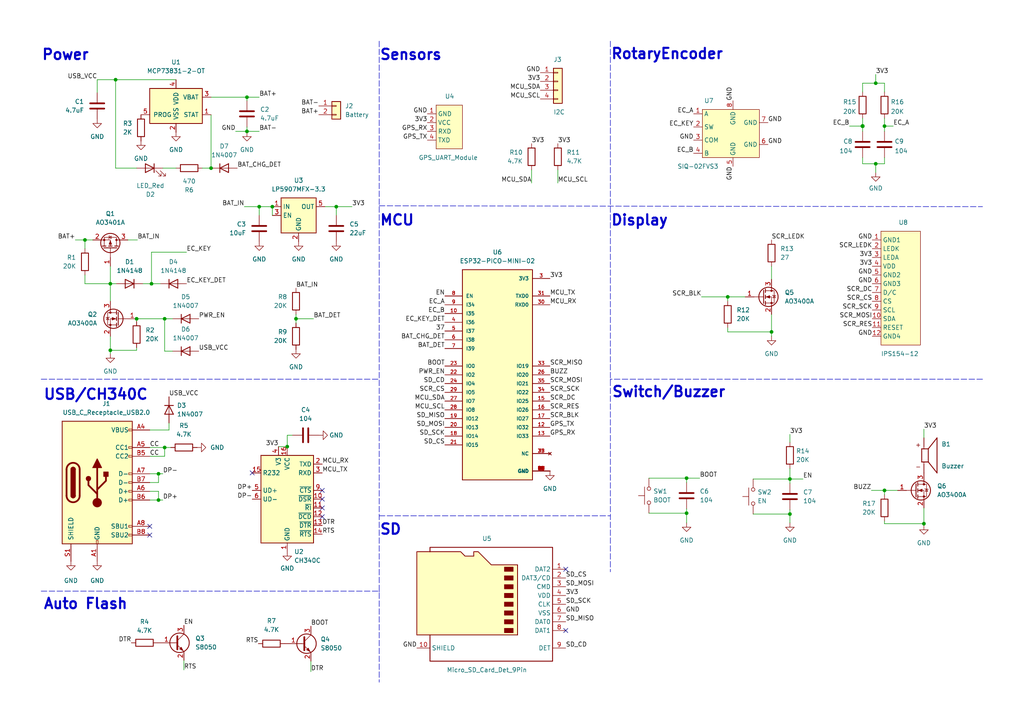
<source format=kicad_sch>
(kicad_sch (version 20211123) (generator eeschema)
  (paper "A4")
  (title_block (title "ESP32 X-Track") (date "2022-07-18") (rev "V0.1") (company "jppang"))
  (junction (at 33.528 23.114))
  (junction (at 43.942 82.296))
  (junction (at 256.54 142.24) (diameter 0.9144))
  (junction (at 97.536 59.944) (diameter 0.9144))
  (junction (at 47.752 92.456))
  (junction (at 256.54 36.576) (diameter 0.9144))
  (junction (at 45.974 137.414) (diameter 0.9144))
  (junction (at 24.638 69.596))
  (junction (at 199.136 148.844) (diameter 0.9144))
  (junction (at 75.184 59.944) (diameter 0.9144))
  (junction (at 229.108 138.938) (diameter 0.9144))
  (junction (at 83.312 129.54))
  (junction (at 61.214 48.768))
  (junction (at 223.774 96.266))
  (junction (at 85.852 92.456) (diameter 0.9144))
  (junction (at 254 47.498) (diameter 0.9144))
  (junction (at 71.628 38.1))
  (junction (at 267.97 151.892))
  (junction (at 47.752 129.794))
  (junction (at 39.624 92.456))
  (junction (at 71.628 28.194) (diameter 0.9144))
  (junction (at 199.136 138.684) (diameter 0.9144))
  (junction (at 211.074 86.106))
  (junction (at 229.108 149.098) (diameter 0.9144))
  (junction (at 45.974 145.034) (diameter 0.9144))
  (junction (at 254 24.13) (diameter 0.9144))
  (junction (at 32.004 82.296) (diameter 0.9144))
  (junction (at 32.004 101.6))
  (junction (at 78.994 59.944))
  (junction (at 250.19 36.576) (diameter 1.016))
  (no_connect (at 43.434 152.654))
  (no_connect (at 311.912 116.078))
  (no_connect (at 73.152 137.16))
  (no_connect (at 93.472 142.24))
  (no_connect (at 93.472 144.78))
  (no_connect (at 93.472 147.32))
  (no_connect (at 93.472 149.86))
  (no_connect (at 311.912 128.778))
  (no_connect (at 43.434 155.194))
  (no_connect (at 311.912 121.158))
  (no_connect (at 164.084 165.1))
  (no_connect (at 311.912 126.238))
  (no_connect (at 164.084 182.88))
  (no_connect (at 311.912 118.618))
  (no_connect (at 311.912 123.698))
  (wire (pts (xy 71.628 28.194) (xy 75.184 28.194)))
  (wire (pts (xy 37.084 69.596) (xy 39.878 69.596)))
  (wire (pts (xy 71.628 38.1) (xy 75.184 38.1)))
  (wire (pts (xy 229.108 149.098) (xy 229.108 151.638)))
  (polyline (pts (xy 109.982 11.938) (xy 109.982 197.866)))
  (wire (pts (xy 43.942 73.152) (xy 43.942 82.296)))
  (wire (pts (xy 97.536 59.944) (xy 102.108 59.944)))
  (wire (pts (xy 41.402 82.296) (xy 43.942 82.296)))
  (wire (pts (xy 203.454 86.106) (xy 211.074 86.106)))
  (wire (pts (xy 250.19 36.576) (xy 250.19 38.1)))
  (wire (pts (xy 45.974 137.414) (xy 47.244 137.414)))
  (wire (pts (xy 47.752 132.334) (xy 43.434 132.334)))
  (wire (pts (xy 70.866 59.944) (xy 75.184 59.944)))
  (wire (pts (xy 85.852 92.456) (xy 90.932 92.456)))
  (wire (pts (xy 47.752 92.456) (xy 50.038 92.456)))
  (wire (pts (xy 252.73 142.24) (xy 256.54 142.24)))
  (wire (pts (xy 229.108 135.89) (xy 229.108 138.938)))
  (wire (pts (xy 85.852 91.186) (xy 85.852 92.456)))
  (wire (pts (xy 154.178 49.276) (xy 154.178 53.086)))
  (wire (pts (xy 58.674 48.768) (xy 61.214 48.768)))
  (wire (pts (xy 256.54 142.24) (xy 260.35 142.24)))
  (wire (pts (xy 39.624 100.838) (xy 39.624 101.6)))
  (polyline (pts (xy 284.988 109.982) (xy 177.038 109.982)))
  (wire (pts (xy 90.17 191.77) (xy 90.17 194.818)))
  (wire (pts (xy 43.434 129.794) (xy 47.752 129.794)))
  (wire (pts (xy 256.54 36.576) (xy 259.08 36.576)))
  (wire (pts (xy 218.44 149.098) (xy 229.108 149.098)))
  (wire (pts (xy 28.194 23.114) (xy 28.194 26.924)))
  (wire (pts (xy 250.19 45.72) (xy 250.19 47.498)))
  (wire (pts (xy 256.54 34.29) (xy 256.54 36.576)))
  (wire (pts (xy 199.136 138.684) (xy 199.136 139.954)))
  (wire (pts (xy 250.19 47.498) (xy 254 47.498)))
  (wire (pts (xy 43.434 142.494) (xy 45.974 142.494)))
  (wire (pts (xy 45.974 142.494) (xy 45.974 145.034)))
  (wire (pts (xy 211.074 94.996) (xy 211.074 96.266)))
  (wire (pts (xy 50.038 101.854) (xy 47.752 101.854)))
  (wire (pts (xy 47.752 101.854) (xy 47.752 92.456)))
  (wire (pts (xy 33.528 23.114) (xy 51.054 23.114)))
  (wire (pts (xy 267.97 147.32) (xy 267.97 151.892)))
  (polyline (pts (xy 109.982 171.45) (xy 109.982 171.704)))
  (wire (pts (xy 43.434 145.034) (xy 45.974 145.034)))
  (wire (pts (xy 61.214 28.194) (xy 71.628 28.194)))
  (wire (pts (xy 223.774 91.186) (xy 223.774 96.266)))
  (wire (pts (xy 188.214 148.844) (xy 199.136 148.844)))
  (wire (pts (xy 78.994 62.484) (xy 78.994 59.944)))
  (wire (pts (xy 21.844 69.596) (xy 24.638 69.596)))
  (wire (pts (xy 71.628 36.83) (xy 71.628 38.1)))
  (wire (pts (xy 199.136 147.574) (xy 199.136 148.844)))
  (wire (pts (xy 267.97 151.892) (xy 267.97 152.4)))
  (wire (pts (xy 33.528 48.768) (xy 33.528 23.114)))
  (wire (pts (xy 24.638 82.296) (xy 24.638 79.756)))
  (wire (pts (xy 250.19 34.29) (xy 250.19 36.576)))
  (polyline (pts (xy 11.938 171.45) (xy 109.982 171.45)))
  (polyline (pts (xy 109.982 59.69) (xy 284.988 59.944)))
  (wire (pts (xy 256.54 151.13) (xy 256.54 151.892)))
  (wire (pts (xy 218.44 138.938) (xy 229.108 138.938)))
  (wire (pts (xy 267.97 124.46) (xy 267.97 127)))
  (polyline (pts (xy 11.938 109.982) (xy 109.982 109.982)))
  (wire (pts (xy 256.54 36.576) (xy 256.54 38.1)))
  (wire (pts (xy 256.54 142.24) (xy 256.54 143.51)))
  (wire (pts (xy 43.434 124.714) (xy 49.022 124.714)))
  (wire (pts (xy 85.852 92.456) (xy 85.852 93.726)))
  (wire (pts (xy 32.004 97.536) (xy 32.004 101.6)))
  (wire (pts (xy 47.244 48.768) (xy 51.054 48.768)))
  (wire (pts (xy 256.54 24.13) (xy 254 24.13)))
  (wire (pts (xy 28.194 23.114) (xy 33.528 23.114)))
  (wire (pts (xy 97.536 59.944) (xy 97.536 62.484)))
  (wire (pts (xy 47.752 129.794) (xy 49.53 129.794)))
  (polyline (pts (xy 109.982 149.606) (xy 177.038 149.606)))
  (wire (pts (xy 229.108 138.938) (xy 232.918 138.938)))
  (wire (pts (xy 61.214 33.274) (xy 61.214 48.768)))
  (wire (pts (xy 250.19 24.13) (xy 254 24.13)))
  (wire (pts (xy 75.184 59.944) (xy 75.184 62.484)))
  (wire (pts (xy 223.774 77.216) (xy 223.774 81.026)))
  (wire (pts (xy 32.004 77.216) (xy 32.004 82.296)))
  (wire (pts (xy 256.54 151.892) (xy 267.97 151.892)))
  (wire (pts (xy 47.752 129.794) (xy 47.752 132.334)))
  (wire (pts (xy 75.184 59.944) (xy 78.994 59.944)))
  (wire (pts (xy 39.624 48.768) (xy 33.528 48.768)))
  (wire (pts (xy 54.102 73.152) (xy 43.942 73.152)))
  (wire (pts (xy 211.074 96.266) (xy 223.774 96.266)))
  (wire (pts (xy 45.974 139.954) (xy 45.974 137.414)))
  (wire (pts (xy 211.074 86.106) (xy 211.074 87.376)))
  (wire (pts (xy 229.108 147.828) (xy 229.108 149.098)))
  (wire (pts (xy 256.54 26.67) (xy 256.54 24.13)))
  (wire (pts (xy 24.638 82.296) (xy 32.004 82.296)))
  (wire (pts (xy 161.798 49.276) (xy 161.798 53.086)))
  (wire (pts (xy 83.312 126.238) (xy 84.836 126.238)))
  (wire (pts (xy 229.108 138.938) (xy 229.108 140.208)))
  (wire (pts (xy 223.774 96.266) (xy 223.774 97.536)))
  (wire (pts (xy 45.974 145.034) (xy 47.244 145.034)))
  (wire (pts (xy 199.136 148.844) (xy 199.136 151.638)))
  (wire (pts (xy 24.638 69.596) (xy 26.924 69.596)))
  (wire (pts (xy 43.434 137.414) (xy 45.974 137.414)))
  (wire (pts (xy 211.074 86.106) (xy 216.154 86.106)))
  (wire (pts (xy 71.628 28.194) (xy 71.628 29.21)))
  (wire (pts (xy 94.234 59.944) (xy 97.536 59.944)))
  (wire (pts (xy 254 21.59) (xy 254 24.13)))
  (wire (pts (xy 83.312 126.238) (xy 83.312 129.54)))
  (wire (pts (xy 39.624 92.456) (xy 47.752 92.456)))
  (wire (pts (xy 49.022 124.714) (xy 49.022 122.682)))
  (wire (pts (xy 254 47.498) (xy 256.54 47.498)))
  (wire (pts (xy 199.136 138.684) (xy 202.946 138.684)))
  (wire (pts (xy 43.434 139.954) (xy 45.974 139.954)))
  (wire (pts (xy 250.19 26.67) (xy 250.19 24.13)))
  (wire (pts (xy 229.108 125.984) (xy 229.108 128.27)))
  (wire (pts (xy 39.624 92.456) (xy 39.624 93.218)))
  (polyline (pts (xy 177.038 11.938) (xy 177.038 165.862)))
  (polyline (pts (xy 177.038 109.982) (xy 177.038 110.236)))
  (wire (pts (xy 256.54 45.72) (xy 256.54 47.498)))
  (wire (pts (xy 71.628 38.1) (xy 71.628 38.354)))
  (wire (pts (xy 80.772 129.54) (xy 83.312 129.54)))
  (wire (pts (xy 246.38 36.576) (xy 250.19 36.576)))
  (wire (pts (xy 188.214 138.684) (xy 199.136 138.684)))
  (wire (pts (xy 32.004 82.296) (xy 32.004 87.376)))
  (wire (pts (xy 32.004 82.296) (xy 33.782 82.296)))
  (wire (pts (xy 53.34 191.516) (xy 53.34 194.31)))
  (wire (pts (xy 68.326 38.1) (xy 71.628 38.1)))
  (wire (pts (xy 32.004 101.6) (xy 39.624 101.6)))
  (wire (pts (xy 24.638 69.596) (xy 24.638 72.136)))
  (wire (pts (xy 32.004 101.6) (xy 32.004 102.616)))
  (wire (pts (xy 254 47.498) (xy 254 50.038)))
  (wire (pts (xy 43.942 82.296) (xy 46.482 82.296)))
  (text "RotaryEncoder" (at 177.038 17.526 0) (effects (font (size 3 3) (thickness 0.6) bold) (justify left bottom)))
  (text "USB/CH340C\n" (at 12.446 116.332 0) (effects (font (size 3 3) (thickness 0.6) bold) (justify left bottom)))
  (text "Display" (at 177.038 65.786 0) (effects (font (size 3 3) (thickness 0.6) bold) (justify left bottom)))
  (text "SD" (at 109.982 155.448 0) (effects (font (size 3 3) (thickness 0.6) bold) (justify left bottom)))
  (text "Switch/Buzzer" (at 177.292 115.57 0) (effects (font (size 3 3) (thickness 0.6) bold) (justify left bottom)))
  (text "MCU" (at 109.982 65.786 0) (effects (font (size 3 3) (thickness 0.6) bold) (justify left bottom)))
  (text "Power" (at 11.938 17.78 0) (effects (font (size 3 3) (thickness 0.6) bold) (justify left bottom)))
  (text "Auto Flash" (at 12.446 177.038 0) (effects (font (size 3 3) (thickness 0.6) bold) (justify left bottom)))
  (text "Sensors" (at 109.982 17.78 0) (effects (font (size 3 3) (thickness 0.6) bold) (justify left bottom)))
  (label "BAT_IN" (at 39.878 69.596 0))
  (label "USB_VCC" (at 49.022 115.062 0))
  (label "MCU_SDA" (at 156.718 26.162 180))
  (label "EN" (at 232.918 138.938 0))
  (label "EC_A" (at 259.08 36.576 0))
  (label "BOOT" (at 129.032 106.172 180))
  (label "3V3" (at 80.772 129.54 180))
  (label "SCR_SCK" (at 342.392 116.078 0))
  (label "DTR" (at 93.472 152.4 0))
  (label "SD_CD" (at 342.392 95.758 0))
  (label "SD_MISO" (at 164.084 180.34 0))
  (label "SD_SCK" (at 129.032 126.492 180))
  (label "USB_VCC" (at 28.194 23.114 180))
  (label "MCU_SCL" (at 161.798 53.086 0))
  (label "SD_CS" (at 164.084 167.64 0))
  (label "GND" (at 252.984 79.756 180))
  (label "CC" (at 43.434 129.794 0))
  (label "BAT_DET" (at 311.912 93.218 180))
  (label "3V3" (at 252.984 74.676 180))
  (label "EN" (at 53.34 181.356 0))
  (label "DP-" (at 73.152 144.78 180))
  (label "SCR_CS" (at 342.392 98.298 0))
  (label "3V3" (at 229.108 125.984 0))
  (label "SD_MOSI" (at 164.084 170.18 0))
  (label "MCU_SCL" (at 156.718 28.702 180))
  (label "DTR" (at 38.1 186.436 180))
  (label "BAT+" (at 92.456 33.274 180))
  (label "BOOT" (at 202.946 138.684 0))
  (label "BAT_CHG_DET" (at 68.834 48.768 0))
  (label "SCR_SCK" (at 252.984 89.916 180))
  (label "3V3" (at 267.97 124.46 0))
  (label "EC_KEY" (at 201.168 36.83 180))
  (label "BUZZ" (at 252.73 142.24 180))
  (label "SCR_DC" (at 159.512 116.332 0))
  (label "SD_MISO" (at 342.392 100.838 0))
  (label "SCR_CS" (at 252.984 87.376 180))
  (label "MCU_TX" (at 342.392 88.138 0))
  (label "PWR_EN" (at 57.658 92.456 0))
  (label "BOOT" (at 90.17 181.61 0))
  (label "DP+" (at 47.244 145.034 0))
  (label "3V3" (at 102.108 59.944 0))
  (label "EC_B" (at 129.032 90.932 180))
  (label "MCU_RX" (at 93.472 134.62 0))
  (label "CC" (at 43.434 132.334 0))
  (label "GND" (at 252.984 82.296 180))
  (label "BAT_DET" (at 90.932 92.456 0))
  (label "SCR_BLK" (at 342.392 133.858 0))
  (label "MCU_RX" (at 342.392 93.218 0))
  (label "EC_A" (at 201.168 33.02 180))
  (label "SD_CS" (at 129.032 129.032 180))
  (label "GND" (at 212.598 48.26 270))
  (label "GND" (at 164.084 177.8 0))
  (label "SCR_RES" (at 342.392 131.318 0))
  (label "3V3" (at 154.178 41.656 0))
  (label "SCR_RES" (at 159.512 118.872 0))
  (label "GND" (at 252.984 97.536 180))
  (label "GND" (at 212.598 29.21 90))
  (label "SCR_MISO" (at 342.392 118.618 0))
  (label "3V3" (at 254 21.59 0))
  (label "EC_A" (at 342.392 144.018 0))
  (label "MCU_TX" (at 93.472 137.16 0))
  (label "EN" (at 129.032 85.852 180))
  (label "3V3" (at 156.718 23.622 180))
  (label "BAT-" (at 92.456 30.734 180))
  (label "3V3" (at 327.152 80.518 180))
  (label "BOOT" (at 342.392 85.598 0))
  (label "BAT_IN" (at 85.852 83.566 0))
  (label "3V3" (at 164.084 172.72 0))
  (label "SD_MOSI" (at 342.392 103.378 0))
  (label "GPS_RX" (at 159.512 126.492 0))
  (label "EC_KEY" (at 54.102 73.152 0))
  (label "SCR_MISO" (at 159.512 106.172 0))
  (label "SD_CS" (at 342.392 108.458 0))
  (label "USB_VCC" (at 57.658 101.854 0))
  (label "MCU_SDA" (at 342.392 121.158 0))
  (label "SCR_CS" (at 129.032 113.792 180))
  (label "BAT+" (at 75.184 28.194 0))
  (label "SCR_SCK" (at 159.512 113.792 0))
  (label "BAT_CHG_DET" (at 129.032 98.552 180))
  (label "MCU_RX" (at 159.512 88.392 0))
  (label "EC_KEY_DET" (at 129.032 93.472 180))
  (label "EC_KEY_DET" (at 342.392 138.938 0))
  (label "SCR_MOSI" (at 159.512 111.252 0))
  (label "EC_KEY_DET" (at 54.102 82.296 0))
  (label "SCR_BLK" (at 159.512 121.412 0))
  (label "SD_CD" (at 129.032 111.252 180))
  (label "DTR" (at 90.17 194.818 0))
  (label "MCU_SDA" (at 154.178 53.086 180))
  (label "BAT_IN" (at 70.866 59.944 180))
  (label "GND" (at 68.326 38.1 180))
  (label "GPS_TX" (at 342.392 110.998 0))
  (label "3V3" (at 161.798 41.656 0))
  (label "SCR_LEDK" (at 223.774 69.596 0))
  (label "DP-" (at 47.244 137.414 0))
  (label "EC_B" (at 342.392 141.478 0))
  (label "SCR_LEDK" (at 252.984 72.136 180))
  (label "GPS_TX" (at 123.952 40.64 180))
  (label "EC_A" (at 129.032 88.392 180))
  (label "GND" (at 201.168 40.64 180))
  (label "GND" (at 120.904 187.96 180))
  (label "RTS" (at 53.34 194.31 0))
  (label "BAT-" (at 75.184 38.1 0))
  (label "MCU_SCL" (at 342.392 123.698 0))
  (label "EC_B" (at 201.168 44.45 180))
  (label "GPS_RX" (at 342.392 113.538 0))
  (label "SD_SCK" (at 342.392 105.918 0))
  (label "GPS_RX" (at 123.952 38.1 180))
  (label "SCR_DC" (at 252.984 84.836 180))
  (label "RTS" (at 74.93 186.69 180))
  (label "SCR_BLK" (at 203.454 86.106 180))
  (label "3V3" (at 159.512 80.772 0))
  (label "GND" (at 252.984 69.596 180))
  (label "SD_MISO" (at 129.032 121.412 180))
  (label "MCU_TX" (at 159.512 85.852 0))
  (label "MCU_SCL" (at 129.032 118.872 180))
  (label "SCR_MOSI" (at 252.984 92.456 180))
  (label "PWR_EN" (at 129.032 108.712 180))
  (label "BUZZ" (at 159.512 108.712 0))
  (label "DP+" (at 73.152 142.24 180))
  (label "BAT+" (at 21.844 69.596 180))
  (label "MCU_SDA" (at 129.032 116.332 180))
  (label "EC_B" (at 246.38 36.576 180))
  (label "37" (at 129.032 96.012 180))
  (label "3V3" (at 123.952 35.56 180))
  (label "PWR_EN" (at 342.392 90.678 0))
  (label "BAT_DET" (at 129.032 101.092 180))
  (label "GND" (at 222.758 35.56 0))
  (label "RTS" (at 93.472 154.94 0))
  (label "SCR_RES" (at 252.984 94.996 180))
  (label "SCR_DC" (at 342.392 128.778 0))
  (label "EN" (at 311.912 85.598 180))
  (label "GND" (at 156.718 21.082 180))
  (label "3V3" (at 252.984 77.216 180))
  (label "GPS_TX" (at 159.512 123.952 0))
  (label "BAT_CHG_DET" (at 311.912 90.678 180))
  (label "GND" (at 222.758 41.91 0))
  (label "GND" (at 123.952 33.02 180))
  (label "SD_MOSI" (at 129.032 123.952 180))
  (label "SD_CD" (at 164.084 187.96 0))
  (label "BUZZ" (at 342.392 136.398 0))
  (label "SCR_MOSI" (at 342.392 126.238 0))
  (label "SD_SCK" (at 164.084 175.26 0))
  (symbol (lib_id "Device:C") (at 250.19 41.91 0) (mirror y) (unit 1)
    (property "Reference" "C8" (at 247.2689 41.0015 0) (effects (justify left)))
    (property "Value" "104" (at 247.2689 43.7766 0) (effects (justify left)))
    (property "Footprint" "Capacitor_SMD:C_0805_2012Metric_Pad1.18x1.45mm_HandSolder" (effects hide))
  )
  (symbol (lib_name "R_9") (lib_id "Device:R") (at 24.638 75.946 0) (mirror y) (unit 1)
    (property "Reference" "R1" (at 22.098 74.6759 0) (effects (justify left)))
    (property "Value" "20K" (at 22.098 77.2159 0) (effects (justify left)))
    (property "Footprint" "Resistor_SMD:R_0805_2012Metric_Pad1.20x1.40mm_HandSolder" (effects hide))
  )
  (symbol (lib_name "GND_13") (lib_id "power:GND") (at 40.894 40.894 0) (unit 1)
    (property "Reference" "#PWR05" (effects hide))
    (property "Value" "GND" (at 40.894 45.974 0))
  )
  (symbol (lib_id "Connector_Generic:Conn_01x04") (at 161.798 23.622 0) (unit 1)
    (property "Reference" "J3" (at 160.528 17.2719 0) (effects (justify left)))
    (property "Value" "I2C" (at 160.528 32.5119 0) (effects (justify left)))
    (property "Footprint" "Connector_JST:JST_PH_B4B-PH-K_1x04_P2.00mm_Vertical" (effects hide))
  )
  (symbol (lib_name "GND_7") (lib_id "power:GND") (at 229.108 151.638 0) (unit 1)
    (property "Reference" "#PWR018" (effects hide))
    (property "Value" "GND" (at 229.108 156.718 0))
  )
  (symbol (lib_id "Device:C") (at 88.646 126.238 90) (unit 1)
    (property "Reference" "C4" (at 88.646 118.872 90))
    (property "Value" "104" (at 88.646 121.412 90))
    (property "Footprint" "Capacitor_SMD:C_0805_2012Metric_Pad1.18x1.45mm_HandSolder" (effects hide))
  )
  (symbol (lib_id "Diode:1N4007") (at 49.022 118.872 270) (unit 1)
    (property "Reference" "D3" (at 51.308 117.6019 90) (effects (justify left)))
    (property "Value" "1N4007" (at 51.308 120.1419 90) (effects (justify left)))
    (property "Footprint" "Diode_SMD:D_SOD-323_HandSoldering" (effects hide))
    (property "Datasheet" "http://www.vishay.com/docs/88503/1n4001.pdf" (effects hide))
  )
  (symbol (lib_id "Transistor_FET:AO3400A") (at 34.544 92.456 0) (mirror y) (unit 1)
    (property "Reference" "Q2" (at 28.194 91.1859 0) (effects (justify left)))
    (property "Value" "AO3400A" (at 28.194 93.7259 0) (effects (justify left)))
    (property "Footprint" "Package_TO_SOT_SMD:SOT-23" (effects hide))
    (property "Datasheet" "http://www.aosmd.com/pdfs/datasheet/AO3400A.pdf" (effects hide))
  )
  (symbol (lib_name "R_2") (lib_id "Device:R") (at 211.074 91.186 0) (unit 1)
    (property "Reference" "R12" (at 213.614 89.9159 0) (effects (justify left)))
    (property "Value" "20K" (at 213.614 92.4559 0) (effects (justify left)))
    (property "Footprint" "Resistor_SMD:R_0805_2012Metric_Pad1.20x1.40mm_HandSolder" (effects hide))
  )
  (symbol (lib_id "Diode:1N4007") (at 53.848 101.854 0) (unit 1)
    (property "Reference" "D6" (at 53.848 95.504 0))
    (property "Value" "1N4007" (at 53.848 98.044 0))
    (property "Footprint" "Diode_SMD:D_0805_2012Metric_Pad1.15x1.40mm_HandSolder" (effects hide))
    (property "Datasheet" "http://www.vishay.com/docs/88503/1n4001.pdf" (effects hide))
  )
  (symbol (lib_name "GND_15") (lib_id "power:GND") (at 71.628 38.354 0) (unit 1)
    (property "Reference" "#PWR08" (effects hide))
    (property "Value" "GND" (at 71.628 43.434 0))
  )
  (symbol (lib_name "R_12") (lib_id "Device:R") (at 85.852 97.536 0) (mirror y) (unit 1)
    (property "Reference" "R9" (at 83.312 96.2659 0) (effects (justify left)))
    (property "Value" "20K" (at 83.312 98.8059 0) (effects (justify left)))
    (property "Footprint" "Resistor_SMD:R_0805_2012Metric_Pad1.20x1.40mm_HandSolder" (effects hide))
  )
  (symbol (lib_name "GND_14") (lib_id "power:GND") (at 28.194 34.544 0) (unit 1)
    (property "Reference" "#PWR02" (effects hide))
    (property "Value" "GND" (at 28.194 39.624 0))
  )
  (symbol (lib_name "R_4") (lib_id "Device:R") (at 41.91 186.436 90) (unit 1)
    (property "Reference" "R4" (at 41.91 180.34 90))
    (property "Value" "4.7K" (at 41.91 182.88 90))
    (property "Footprint" "Resistor_SMD:R_0805_2012Metric_Pad1.20x1.40mm_HandSolder" (effects hide))
  )
  (symbol (lib_id "Buzzer_CMT-0502-75-SMT-TR:CMT-0502-75-SMT-TR") (at 267.97 132.08 0) (unit 1)
    (property "Reference" "B1" (at 273.05 129.54 0) (effects (justify left bottom)))
    (property "Value" "Buzzer" (at 273.05 135.89 0) (effects (justify left bottom)))
    (property "Footprint" "Buzzer_CMT-0502-75-SMT-TR:Buzzer_CMT-0502-75-SMT-TR" (effects hide))
    (property "STANDARD" "Manufacturer Recommendations" (effects hide))
    (property "PARTREV" "1.0" (effects hide))
    (property "MANUFACTURER" "CUI Inc." (effects hide))
    (property "MAXIMUM_PACKAGE_HEIGHT" "2.00mm" (effects hide))
  )
  (symbol (lib_name "GND_24") (lib_id "power:GND") (at 57.15 129.794 90) (unit 1)
    (property "Reference" "#PWR07" (effects hide))
    (property "Value" "GND" (at 60.96 129.7939 90) (effects (justify right)))
  )
  (symbol (lib_id "Device:C") (at 199.136 143.764 0) (unit 1)
    (property "Reference" "C6" (at 202.946 142.4939 0) (effects (justify left)))
    (property "Value" "104" (at 202.946 145.0339 0) (effects (justify left)))
    (property "Footprint" "Capacitor_SMD:C_0805_2012Metric_Pad1.18x1.45mm_HandSolder" (effects hide))
  )
  (symbol (lib_id "power:GND") (at 254 50.038 0) (unit 1)
    (property "Reference" "#PWR019" (effects hide))
    (property "Value" "GND" (at 254 54.6006 0))
  )
  (symbol (lib_id "Connector:Micro_SD_Card_Det_9Pin") (at 141.224 156.21 0) (mirror y) (unit 1)
    (property "Reference" "U5" (at 141.224 156.21 0))
    (property "Value" "Micro_SD_Card_Det_9Pin" (at 141.224 194.31 0))
    (property "Footprint" "Connector_Card:microSD_Taobao_9_Pin_CD" (effects hide))
    (property "Datasheet" "https://www.hirose.com/product/en/download_file/key_name/DM3/category/Catalog/doc_file_id/49662/?file_category_id=4&item_id=195&is_series=1" (effects hide))
  )
  (symbol (lib_id "Transistor_BJT:S8050") (at 87.63 186.69 0) (unit 1)
    (property "Reference" "Q4" (at 92.964 185.4199 0) (effects (justify left)))
    (property "Value" "S8050" (at 92.964 187.9599 0) (effects (justify left)))
    (property "Footprint" "Package_TO_SOT_SMD:SOT-23_Handsoldering" (effects hide))
    (property "Datasheet" "http://www.unisonic.com.tw/datasheet/S8050.pdf" (effects hide))
  )
  (symbol (lib_id "Device:C") (at 71.628 33.02 180) (unit 1)
    (property "Reference" "C2" (at 75.438 31.7499 0) (effects (justify right)))
    (property "Value" "4.7uF" (at 75.438 34.2899 0) (effects (justify right)))
    (property "Footprint" "Capacitor_SMD:C_0805_2012Metric_Pad1.18x1.45mm_HandSolder" (effects hide))
  )
  (symbol (lib_name "GND_1") (lib_id "power:GND") (at 223.774 97.536 0) (unit 1)
    (property "Reference" "#PWR017" (effects hide))
    (property "Value" "GND" (at 223.774 102.616 0))
  )
  (symbol (lib_name "S8050_1") (lib_id "Transistor_BJT:S8050") (at 50.8 186.436 0) (unit 1)
    (property "Reference" "Q3" (at 56.642 185.1659 0) (effects (justify left)))
    (property "Value" "S8050" (at 56.642 187.7059 0) (effects (justify left)))
    (property "Footprint" "Package_TO_SOT_SMD:SOT-23_Handsoldering" (effects hide))
    (property "Datasheet" "http://www.unisonic.com.tw/datasheet/S8050.pdf" (effects hide))
  )
  (symbol (lib_name "GND_16") (lib_id "power:GND") (at 32.004 102.616 0) (unit 1)
    (property "Reference" "#PWR04" (effects hide))
    (property "Value" "GND" (at 32.004 107.696 0))
  )
  (symbol (lib_name "R_13") (lib_id "Device:R") (at 53.34 129.794 90) (unit 1)
    (property "Reference" "R5" (at 53.34 123.444 90))
    (property "Value" "4.7K" (at 53.34 125.984 90))
    (property "Footprint" "Resistor_SMD:R_0805_2012Metric_Pad1.20x1.40mm_HandSolder" (effects hide))
  )
  (symbol (lib_name "GND_8") (lib_id "power:GND") (at 267.97 152.4 0) (unit 1)
    (property "Reference" "#PWR020" (effects hide))
    (property "Value" "GND" (at 267.97 157.48 0))
  )
  (symbol (lib_name "R_5") (lib_id "Device:R") (at 154.178 45.466 0) (mirror y) (unit 1)
    (property "Reference" "R10" (at 151.638 44.1959 0) (effects (justify left)))
    (property "Value" "4.7K" (at 151.638 46.7359 0) (effects (justify left)))
    (property "Footprint" "Resistor_SMD:R_0805_2012Metric_Pad1.20x1.40mm_HandSolder" (effects hide))
  )
  (symbol (lib_name "R_7") (lib_id "Device:R") (at 40.894 37.084 0) (mirror y) (unit 1)
    (property "Reference" "R3" (at 38.354 35.8139 0) (effects (justify left)))
    (property "Value" "2K" (at 38.354 38.3539 0) (effects (justify left)))
    (property "Footprint" "Resistor_SMD:R_0805_2012Metric_Pad1.20x1.40mm_HandSolder" (effects hide))
  )
  (symbol (lib_id "Transistor_FET:AO3400A") (at 221.234 86.106 0) (unit 1)
    (property "Reference" "Q5" (at 227.584 84.8359 0) (effects (justify left)))
    (property "Value" "AO3400A" (at 227.584 87.3759 0) (effects (justify left)))
    (property "Footprint" "Package_TO_SOT_SMD:SOT-23_Handsoldering" (effects hide))
    (property "Datasheet" "http://www.aosmd.com/pdfs/datasheet/AO3400A.pdf" (effects hide))
  )
  (symbol (lib_id "Device:R") (at 250.19 30.48 0) (mirror y) (unit 1)
    (property "Reference" "R15" (at 248.4119 29.5715 0) (effects (justify left)))
    (property "Value" "20K" (at 248.4119 32.3466 0) (effects (justify left)))
    (property "Footprint" "Resistor_SMD:R_0805_2012Metric_Pad1.20x1.40mm_HandSolder" (effects hide))
  )
  (symbol (lib_id "Connector_Generic:Conn_01x02") (at 97.536 30.734 0) (unit 1)
    (property "Reference" "J2" (at 100.076 30.7339 0) (effects (justify left)))
    (property "Value" "Battery" (at 100.076 33.2739 0) (effects (justify left)))
    (property "Footprint" "Connector_JST:JST_PH_B2B-PH-K_1x02_P2.00mm_Vertical" (effects hide))
  )
  (symbol (lib_id "Switch:SW_Push") (at 218.44 144.018 90) (unit 1)
    (property "Reference" "SW2" (at 219.71 142.7479 90) (effects (justify right)))
    (property "Value" "EN" (at 219.71 145.2879 90) (effects (justify right)))
    (property "Footprint" "Button_Switch_SMD:SW_Push_SPST_NO_Alps_SKRK" (effects hide))
  )
  (symbol (lib_id "Device:C") (at 256.54 41.91 0) (unit 1)
    (property "Reference" "C9" (at 259.4611 41.0015 0) (effects (justify left)))
    (property "Value" "104" (at 259.4611 43.7766 0) (effects (justify left)))
    (property "Footprint" "Capacitor_SMD:C_0805_2012Metric_Pad1.18x1.45mm_HandSolder" (effects hide))
  )
  (symbol (lib_id "Battery_Management:MCP73831-2-OT") (at 51.054 30.734 0) (unit 1)
    (property "Reference" "U1" (at 51.054 18.034 0))
    (property "Value" "MCP73831-2-OT" (at 51.054 20.574 0))
    (property "Footprint" "Package_TO_SOT_SMD:SOT-23-5" (effects hide))
    (property "Datasheet" "http://ww1.microchip.com/downloads/en/DeviceDoc/20001984g.pdf" (effects hide))
  )
  (symbol (lib_id "Interface_USB:CH340C") (at 83.312 144.78 0) (unit 1)
    (property "Reference" "U2" (at 85.3314 160.02 0) (effects (justify left)))
    (property "Value" "CH340C" (at 85.3314 162.56 0) (effects (justify left)))
    (property "Footprint" "Package_SO:SOP-16_3.9x9.9mm_P1.27mm" (effects hide))
    (property "Datasheet" "https://datasheet.lcsc.com/szlcsc/Jiangsu-Qin-Heng-CH340C_C84681.pdf" (effects hide))
  )
  (symbol (lib_id "RF_Module:ESP32-WROOM-32") (at 327.152 116.078 0) (unit 1)
    (property "Reference" "U?" (at 329.1714 77.724 0) (effects (justify left)))
    (property "Value" "ESP32-WROOM-32" (at 329.1714 80.264 0) (effects (justify left)))
    (property "Footprint" "RF_Module:ESP32-WROOM-32" (effects hide))
    (property "Datasheet" "https://www.espressif.com/sites/default/files/documentation/esp32-wroom-32_datasheet_en.pdf" (effects hide))
  )
  (symbol (lib_name "GND_2") (lib_id "power:GND") (at 92.456 126.238 90) (unit 1)
    (property "Reference" "#PWR013" (effects hide))
    (property "Value" "GND" (at 97.536 126.238 90))
  )
  (symbol (lib_id "Device:MITSUMI_SIQ-02FVS3") (at 211.328 19.05 0) (unit 1)
    (property "Reference" "U7" (at 205.613 29.21 0))
    (property "Value" "SIQ-02FVS3" (at 202.438 48.26 0))
    (property "Footprint" "Rotary_Encoder:RotaryEncoder_Mitsumi_SIQ02FVS3" (effects hide))
  )
  (symbol (lib_id "Diode:1N4148") (at 37.592 82.296 180) (unit 1)
    (property "Reference" "D1" (at 37.592 75.946 0))
    (property "Value" "1N4148" (at 37.592 78.486 0))
    (property "Footprint" "Diode_SMD:D_0805_2012Metric_Pad1.15x1.40mm_HandSolder" (effects hide))
    (property "Datasheet" "https://assets.nexperia.com/documents/data-sheet/1N4148_1N4448.pdf" (effects hide))
  )
  (symbol (lib_id "Regulator_Linear:LP5907MFX-3.3") (at 86.614 62.484 0) (unit 1)
    (property "Reference" "U3" (at 86.614 52.324 0))
    (property "Value" "LP5907MFX-3.3" (at 86.614 54.864 0))
    (property "Footprint" "Package_TO_SOT_SMD:SOT-23-5" (effects hide))
    (property "Datasheet" "http://www.ti.com/lit/ds/symlink/lp5907.pdf" (effects hide))
  )
  (symbol (lib_id "Device:C") (at 28.194 30.734 0) (mirror y) (unit 1)
    (property "Reference" "C1" (at 24.384 29.4639 0) (effects (justify left)))
    (property "Value" "4.7uF" (at 24.384 32.0039 0) (effects (justify left)))
    (property "Footprint" "Capacitor_SMD:C_0805_2012Metric_Pad1.18x1.45mm_HandSolder" (effects hide))
  )
  (symbol (lib_id "Switch:SW_Push") (at 188.214 143.764 90) (unit 1)
    (property "Reference" "SW1" (at 189.484 142.4939 90) (effects (justify right)))
    (property "Value" "BOOT" (at 189.484 145.0339 90) (effects (justify right)))
    (property "Footprint" "Button_Switch_SMD:SW_Push_SPST_NO_Alps_SKRK" (effects hide))
  )
  (symbol (lib_id "Diode:1N4148") (at 50.292 82.296 0) (mirror x) (unit 1)
    (property "Reference" "D4" (at 50.292 75.946 0))
    (property "Value" "1N4148" (at 50.292 78.486 0))
    (property "Footprint" "Diode_SMD:D_0805_2012Metric_Pad1.15x1.40mm_HandSolder" (effects hide))
    (property "Datasheet" "https://assets.nexperia.com/documents/data-sheet/1N4148_1N4448.pdf" (effects hide))
  )
  (symbol (lib_id "ESP32-PICO-MINI-02:ESP32-PICO-MINI-02") (at 144.272 108.712 0) (unit 1)
    (property "Reference" "U6" (at 144.272 73.152 0))
    (property "Value" "ESP32-PICO-MINI-02" (at 144.272 75.692 0))
    (property "Footprint" "ESP32-PICO-MINI-02:MODULE_ESP32-PICO-MINI-02" (effects hide))
    (property "MANUFACTURER" "Espressif" (effects hide))
    (property "PARTREV" "v1.0" (effects hide))
    (property "MAXIMUM_PACKAGE_HEIGHT" "2.55mm" (effects hide))
    (property "STANDARD" "Manufacturer Recommendations" (effects hide))
  )
  (symbol (lib_id "Device:C") (at 75.184 66.294 0) (unit 1)
    (property "Reference" "C3" (at 71.374 65.0239 0) (effects (justify right)))
    (property "Value" "10uF" (at 71.374 67.5639 0) (effects (justify right)))
    (property "Footprint" "Capacitor_SMD:C_0805_2012Metric_Pad1.18x1.45mm_HandSolder" (effects hide))
  )
  (symbol (lib_name "R_6") (lib_id "Device:R") (at 161.798 45.466 0) (unit 1)
    (property "Reference" "R11" (at 164.338 44.1959 0) (effects (justify left)))
    (property "Value" "4.7K" (at 164.338 46.7359 0) (effects (justify left)))
    (property "Footprint" "Resistor_SMD:R_0805_2012Metric_Pad1.20x1.40mm_HandSolder" (effects hide))
  )
  (symbol (lib_name "GND_13") (lib_id "power:GND") (at 159.512 136.652 0) (unit 1)
    (property "Reference" "#PWR015" (effects hide))
    (property "Value" "GND" (at 159.512 141.732 0))
  )
  (symbol (lib_id "Diode:1N4007") (at 65.024 48.768 0) (unit 1)
    (property "Reference" "D7" (at 65.024 42.418 0))
    (property "Value" "1N4007" (at 65.024 44.958 0))
    (property "Footprint" "Diode_SMD:D_0805_2012Metric_Pad1.15x1.40mm_HandSolder" (effects hide))
    (property "Datasheet" "http://www.vishay.com/docs/88503/1n4001.pdf" (effects hide))
  )
  (symbol (lib_name "R_1") (lib_id "Device:R") (at 223.774 73.406 0) (unit 1)
    (property "Reference" "R13" (at 226.314 72.1359 0) (effects (justify left)))
    (property "Value" "27" (at 226.314 74.6759 0) (effects (justify left)))
    (property "Footprint" "Resistor_SMD:R_0805_2012Metric_Pad1.20x1.40mm_HandSolder" (effects hide))
  )
  (symbol (lib_id "Connector:USB_C_Receptacle_USB2.0") (at 28.194 139.954 0) (unit 1)
    (property "Reference" "J1" (at 30.861 117.094 0))
    (property "Value" "USB_C_Receptacle_USB2.0" (at 30.861 119.634 0))
    (property "Footprint" "Connector_USB:USB_C_Tabobao_16_Pin" (effects hide))
    (property "Datasheet" "https://www.usb.org/sites/default/files/documents/usb_type-c.zip" (effects hide))
  )
  (symbol (lib_name "GND_6") (lib_id "power:GND") (at 28.194 162.814 0) (unit 1)
    (property "Reference" "#PWR03" (effects hide))
    (property "Value" "GND" (at 28.194 168.402 0))
  )
  (symbol (lib_name "GND_3") (lib_id "power:GND") (at 83.312 160.02 0) (unit 1)
    (property "Reference" "#PWR010" (effects hide))
    (property "Value" "GND" (at 83.312 164.846 0))
  )
  (symbol (lib_id "Device:R") (at 256.54 30.48 0) (unit 1)
    (property "Reference" "R16" (at 258.3181 29.5715 0) (effects (justify left)))
    (property "Value" "20K" (at 258.3181 32.3466 0) (effects (justify left)))
    (property "Footprint" "Resistor_SMD:R_0805_2012Metric_Pad1.20x1.40mm_HandSolder" (effects hide))
  )
  (symbol (lib_name "GND_7") (lib_id "power:GND") (at 199.136 151.638 0) (unit 1)
    (property "Reference" "#PWR016" (effects hide))
    (property "Value" "GND" (at 199.136 156.718 0))
  )
  (symbol (lib_id "Display_Graphic:IPS154-12") (at 259.334 65.786 0) (unit 1)
    (property "Reference" "U8" (at 260.604 64.5159 0) (effects (justify left)))
    (property "Value" "IPS154-12" (at 255.524 102.6159 0) (effects (justify left)))
    (property "Footprint" "Display:ZJYIPS154_PG04" (effects hide))
  )
  (symbol (lib_name "GND_12") (lib_id "power:GND") (at 51.054 38.354 0) (unit 1)
    (property "Reference" "#PWR06" (effects hide))
    (property "Value" "GND" (at 51.054 43.434 0))
  )
  (symbol (lib_name "R_7") (lib_id "Device:R") (at 229.108 132.08 0) (unit 1)
    (property "Reference" "R14" (at 230.886 130.8099 0) (effects (justify left)))
    (property "Value" "20K" (at 230.886 133.3499 0) (effects (justify left)))
    (property "Footprint" "Resistor_SMD:R_0805_2012Metric_Pad1.20x1.40mm_HandSolder" (effects hide))
  )
  (symbol (lib_id "Transistor_FET:AO3400A") (at 265.43 142.24 0) (unit 1)
    (property "Reference" "Q6" (at 271.78 140.9699 0) (effects (justify left)))
    (property "Value" "AO3400A" (at 271.78 143.5099 0) (effects (justify left)))
    (property "Footprint" "Package_TO_SOT_SMD:SOT-23" (effects hide))
    (property "Datasheet" "http://www.aosmd.com/pdfs/datasheet/AO3400A.pdf" (effects hide))
  )
  (symbol (lib_name "R_10") (lib_id "Device:R") (at 39.624 97.028 0) (unit 1)
    (property "Reference" "R2" (at 42.164 95.7579 0) (effects (justify left)))
    (property "Value" "20K" (at 42.164 98.2979 0) (effects (justify left)))
    (property "Footprint" "Resistor_SMD:R_0805_2012Metric_Pad1.20x1.40mm_HandSolder" (effects hide))
  )
  (symbol (lib_name "GND_4") (lib_id "power:GND") (at 327.152 151.638 0) (unit 1)
    (property "Reference" "#PWR?" (effects hide))
    (property "Value" "GND" (at 327.152 156.972 0))
  )
  (symbol (lib_id "Device:LED") (at 43.434 48.768 0) (mirror y) (unit 1)
    (property "Reference" "D2" (at 43.6245 56.388 0))
    (property "Value" "LED_Red" (at 43.6245 53.848 0))
    (property "Footprint" "LED_SMD:LED_0805_2012Metric_Pad1.15x1.40mm_HandSolder" (effects hide))
  )
  (symbol (lib_id "RF_GPS:GPS_UART_Module") (at 126.492 26.67 0) (unit 1)
    (property "Reference" "U4" (at 129.032 27.9399 0) (effects (justify left)))
    (property "Value" "GPS_UART_Module" (at 121.412 45.7199 0) (effects (justify left)))
    (property "Footprint" "Connector_JST:JST_PH_B4B-PH-K_1x04_P2.00mm_Vertical" (effects hide))
  )
  (symbol (lib_name "GND_17") (lib_id "power:GND") (at 86.614 70.104 0) (unit 1)
    (property "Reference" "#PWR012" (effects hide))
    (property "Value" "GND" (at 86.614 75.184 0))
  )
  (symbol (lib_id "Diode:1N4007") (at 53.848 92.456 0) (unit 1)
    (property "Reference" "D5" (at 53.848 86.106 0))
    (property "Value" "1N4007" (at 53.848 88.646 0))
    (property "Footprint" "Diode_SMD:D_0805_2012Metric_Pad1.15x1.40mm_HandSolder" (effects hide))
    (property "Datasheet" "http://www.vishay.com/docs/88503/1n4001.pdf" (effects hide))
  )
  (symbol (lib_id "Device:C") (at 97.536 66.294 0) (unit 1)
    (property "Reference" "C5" (at 101.346 65.0239 0) (effects (justify left)))
    (property "Value" "22uF" (at 101.346 67.5639 0) (effects (justify left)))
    (property "Footprint" "Capacitor_SMD:C_0805_2012Metric_Pad1.18x1.45mm_HandSolder" (effects hide))
  )
  (symbol (lib_name "R_11") (lib_id "Device:R") (at 85.852 87.376 0) (mirror y) (unit 1)
    (property "Reference" "R8" (at 83.312 86.1059 0) (effects (justify left)))
    (property "Value" "20K" (at 83.312 88.6459 0) (effects (justify left)))
    (property "Footprint" "Resistor_SMD:R_0805_2012Metric_Pad1.20x1.40mm_HandSolder" (effects hide))
  )
  (symbol (lib_name "GND_18") (lib_id "power:GND") (at 97.536 70.104 0) (unit 1)
    (property "Reference" "#PWR014" (effects hide))
    (property "Value" "GND" (at 97.536 75.184 0))
  )
  (symbol (lib_name "R_3") (lib_id "Device:R") (at 78.74 186.69 90) (unit 1)
    (property "Reference" "R7" (at 78.74 180.086 90))
    (property "Value" "4.7K" (at 78.74 182.626 90))
    (property "Footprint" "Resistor_SMD:R_0805_2012Metric_Pad1.20x1.40mm_HandSolder" (effects hide))
  )
  (symbol (lib_name "R_4") (lib_id "Device:R") (at 256.54 147.32 0) (mirror x) (unit 1)
    (property "Reference" "R17" (at 254 146.0499 0) (effects (justify right)))
    (property "Value" "20K" (at 254 148.5899 0) (effects (justify right)))
    (property "Footprint" "Resistor_SMD:R_0805_2012Metric_Pad1.20x1.40mm_HandSolder" (effects hide))
  )
  (symbol (lib_id "Device:C") (at 229.108 144.018 0) (unit 1)
    (property "Reference" "C7" (at 232.918 142.7479 0) (effects (justify left)))
    (property "Value" "104" (at 232.918 145.2879 0) (effects (justify left)))
    (property "Footprint" "Capacitor_SMD:C_0805_2012Metric_Pad1.18x1.45mm_HandSolder" (effects hide))
  )
  (symbol (lib_name "R_8") (lib_id "Device:R") (at 54.864 48.768 90) (mirror x) (unit 1)
    (property "Reference" "R6" (at 54.864 55.118 90))
    (property "Value" "470" (at 54.864 52.578 90))
    (property "Footprint" "Resistor_SMD:R_0805_2012Metric_Pad1.20x1.40mm_HandSolder" (effects hide))
  )
  (symbol (lib_name "GND_7") (lib_id "power:GND") (at 20.574 162.814 0) (unit 1)
    (property "Reference" "#PWR01" (effects hide))
    (property "Value" "GND" (at 20.574 168.402 0))
  )
  (symbol (lib_name "GND_23") (lib_id "power:GND") (at 85.852 101.346 0) (unit 1)
    (property "Reference" "#PWR011" (effects hide))
    (property "Value" "GND" (at 85.852 106.426 0))
  )
  (symbol (lib_id "Transistor_FET:AO3401A") (at 32.004 72.136 270) (mirror x) (unit 1)
    (property "Reference" "Q1" (at 32.004 61.976 90))
    (property "Value" "AO3401A" (at 32.004 64.516 90))
    (property "Footprint" "Package_TO_SOT_SMD:SOT-23" (effects hide))
    (property "Datasheet" "http://www.aosmd.com/pdfs/datasheet/AO3401A.pdf" (effects hide))
  )
  (symbol (lib_name "GND_20") (lib_id "power:GND") (at 75.184 70.104 0) (unit 1)
    (property "Reference" "#PWR09" (effects hide))
    (property "Value" "GND" (at 75.184 75.184 0))
  )
)
</source>
